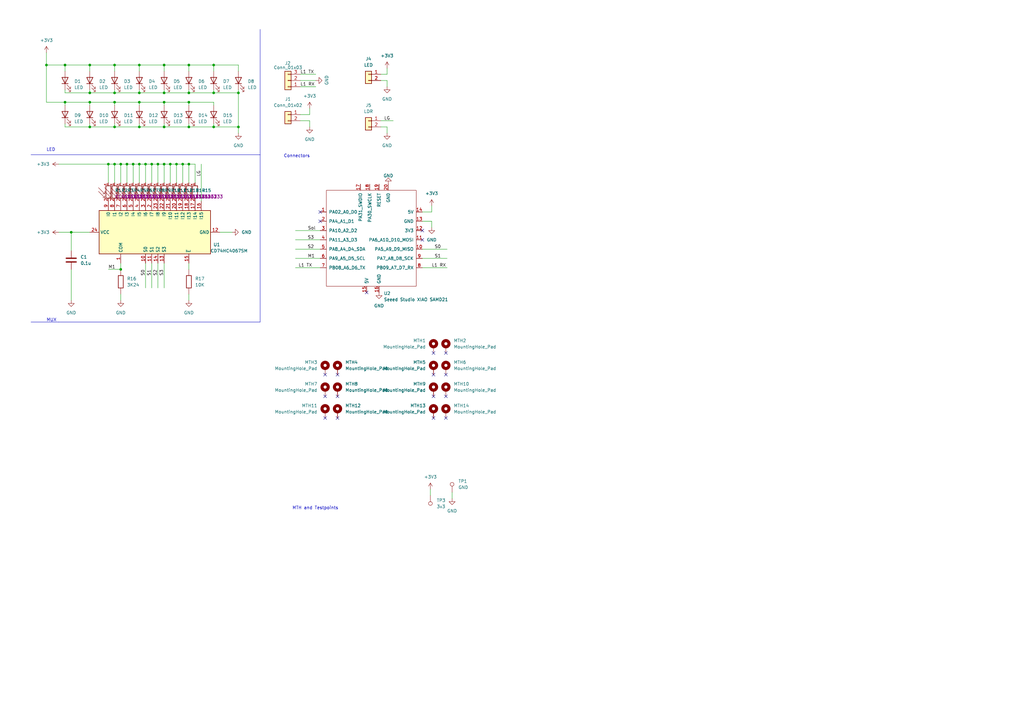
<source format=kicad_sch>
(kicad_sch (version 20230121) (generator eeschema)
  (paper "A3")
  (title_block (title "Layer 1") (date "2023-04-21") (rev "1") (company "Sentinels Robotics"))
  (lib_symbols
    (symbol "74xx:CD74HC4067SM"
      (property "Reference" "U" (at -8.89 22.86 0))
      (property "Value" "CD74HC4067SM" (at 1.27 22.86 0))
      (symbol "CD74HC4067SM_0_1"
        (rectangle (start -8.89 21.59) (end 8.89 -24.13) (stroke (width 0.254)) (fill (type background)))
      )
      (symbol "CD74HC4067SM_1_1"
        (pin passive line (at -12.7 12.7 0) (length 3.81) (name "COM") (number "1"))
        (pin input line (at -12.7 2.54 0) (length 3.81) (name "S0") (number "10"))
        (pin input line (at -12.7 0 0) (length 3.81) (name "S1") (number "11"))
        (pin power_in line (at 0 -27.94 90) (length 3.81) (name "GND") (number "12"))
        (pin input line (at -12.7 -5.08 0) (length 3.81) (name "S3") (number "13"))
        (pin input line (at -12.7 -2.54 0) (length 3.81) (name "S2") (number "14"))
        (pin input line (at -12.7 -15.24 0) (length 3.81) (name "~{E}") (number "15"))
        (pin passive line (at 12.7 -20.32 180) (length 3.81) (name "I15") (number "16"))
        (pin passive line (at 12.7 -17.78 180) (length 3.81) (name "I14") (number "17"))
        (pin passive line (at 12.7 -15.24 180) (length 3.81) (name "I13") (number "18"))
        (pin passive line (at 12.7 -12.7 180) (length 3.81) (name "I12") (number "19"))
        (pin passive line (at 12.7 0 180) (length 3.81) (name "I7") (number "2"))
        (pin passive line (at 12.7 -10.16 180) (length 3.81) (name "I11") (number "20"))
        (pin passive line (at 12.7 -7.62 180) (length 3.81) (name "I10") (number "21"))
        (pin passive line (at 12.7 -5.08 180) (length 3.81) (name "I9") (number "22"))
        (pin passive line (at 12.7 -2.54 180) (length 3.81) (name "I8") (number "23"))
        (pin power_in line (at 0 25.4 270) (length 3.81) (name "VCC") (number "24"))
        (pin passive line (at 12.7 2.54 180) (length 3.81) (name "I6") (number "3"))
        (pin passive line (at 12.7 5.08 180) (length 3.81) (name "I5") (number "4"))
        (pin passive line (at 12.7 7.62 180) (length 3.81) (name "I4") (number "5"))
        (pin passive line (at 12.7 10.16 180) (length 3.81) (name "I3") (number "6"))
        (pin passive line (at 12.7 12.7 180) (length 3.81) (name "I2") (number "7"))
        (pin passive line (at 12.7 15.24 180) (length 3.81) (name "I1") (number "8"))
        (pin passive line (at 12.7 17.78 180) (length 3.81) (name "I0") (number "9"))
      )
    )
    (symbol "Connector:TestPoint" (pin_numbers hide) (pin_names (offset 0.762) hide)
      (property "Reference" "TP" (at 0 6.858 0))
      (property "Value" "TestPoint" (at 0 5.08 0))
      (symbol "TestPoint_0_1"
        (circle (center 0 3.302) (radius 0.762))
      )
      (symbol "TestPoint_1_1"
        (pin passive line (at 0 0 90) (length 2.54) (name "1") (number "1"))
      )
    )
    (symbol "Connector_Generic:Conn_01x02" (pin_names (offset 1.016) hide)
      (property "Reference" "J" (at 0 2.54 0))
      (property "Value" "Conn_01x02" (at 0 -5.08 0))
      (symbol "Conn_01x02_1_1"
        (rectangle (start -1.27 -2.413) (end 0 -2.667) (stroke (width 0.1524)))
        (rectangle (start -1.27 0.127) (end 0 -0.127) (stroke (width 0.1524)))
        (rectangle (start -1.27 1.27) (end 1.27 -3.81) (stroke (width 0.254)) (fill (type background)))
        (pin passive line (at -5.08 0 0) (length 3.81) (name "Pin_1") (number "1"))
        (pin passive line (at -5.08 -2.54 0) (length 3.81) (name "Pin_2") (number "2"))
      )
    )
    (symbol "Connector_Generic:Conn_01x03" (pin_names (offset 1.016) hide)
      (property "Reference" "J" (at 0 5.08 0))
      (property "Value" "Conn_01x03" (at 0 -5.08 0))
      (symbol "Conn_01x03_1_1"
        (rectangle (start -1.27 -2.413) (end 0 -2.667) (stroke (width 0.1524)))
        (rectangle (start -1.27 0.127) (end 0 -0.127) (stroke (width 0.1524)))
        (rectangle (start -1.27 2.667) (end 0 2.413) (stroke (width 0.1524)))
        (rectangle (start -1.27 3.81) (end 1.27 -3.81) (stroke (width 0.254)) (fill (type background)))
        (pin passive line (at -5.08 2.54 0) (length 3.81) (name "Pin_1") (number "1"))
        (pin passive line (at -5.08 0 0) (length 3.81) (name "Pin_2") (number "2"))
        (pin passive line (at -5.08 -2.54 0) (length 3.81) (name "Pin_3") (number "3"))
      )
    )
    (symbol "Device (Modified):ALS-PT19"
      (property "Reference" "R" (at 2.54 0 0))
      (property "LCSC" "C146233" (at 0 -19.05 0))
      (symbol "ALS-PT19_0_1"
        (rectangle (start -1.016 2.54) (end 1.016 -2.54) (stroke (width 0.254)))
        (polyline (pts (xy -1.524 -2.286) (xy -4.064 0.254)))
        (polyline (pts (xy -1.524 -2.286) (xy -2.286 -2.286)))
        (polyline (pts (xy -1.524 -2.286) (xy -1.524 -1.524)))
        (polyline (pts (xy -1.524 -0.762) (xy -4.064 1.778)))
        (polyline (pts (xy -1.524 -0.762) (xy -2.286 -0.762)))
        (polyline (pts (xy -1.524 -0.762) (xy -1.524 0)))
      )
      (symbol "ALS-PT19_1_1"
        (pin passive line (at 0 3.81 270) (length 1.27) (name "~") (number "1"))
        (pin passive line (at 0 -3.81 90) (length 1.27) (name "~") (number "2"))
      )
    )
    (symbol "Device:C" (pin_numbers hide) (pin_names (offset 0.254))
      (property "Reference" "C" (at 0.635 2.54 0))
      (property "Value" "C" (at 0.635 -2.54 0))
      (symbol "C_0_1"
        (polyline (pts (xy -2.032 -0.762) (xy 2.032 -0.762)) (stroke (width 0.508)))
        (polyline (pts (xy -2.032 0.762) (xy 2.032 0.762)) (stroke (width 0.508)))
      )
      (symbol "C_1_1"
        (pin passive line (at 0 3.81 270) (length 2.794) (name "~") (number "1"))
        (pin passive line (at 0 -3.81 90) (length 2.794) (name "~") (number "2"))
      )
    )
    (symbol "Device:LED" (pin_numbers hide) (pin_names (offset 1.016) hide)
      (property "Reference" "D" (at 0 2.54 0))
      (property "Value" "LED" (at 0 -2.54 0))
      (symbol "LED_0_1"
        (polyline (pts (xy -1.27 -1.27) (xy -1.27 1.27)) (stroke (width 0.254)))
        (polyline (pts (xy -1.27 0) (xy 1.27 0)))
        (polyline (pts (xy 1.27 -1.27) (xy 1.27 1.27) (xy -1.27 0) (xy 1.27 -1.27)) (stroke (width 0.254)))
        (polyline (pts (xy -3.048 -0.762) (xy -4.572 -2.286) (xy -3.81 -2.286) (xy -4.572 -2.286) (xy -4.572 -1.524)))
        (polyline (pts (xy -1.778 -0.762) (xy -3.302 -2.286) (xy -2.54 -2.286) (xy -3.302 -2.286) (xy -3.302 -1.524)))
      )
      (symbol "LED_1_1"
        (pin passive line (at -3.81 0 0) (length 2.54) (name "K") (number "1"))
        (pin passive line (at 3.81 0 180) (length 2.54) (name "A") (number "2"))
      )
    )
    (symbol "Mechanical:MountingHole_Pad" (pin_numbers hide) (pin_names (offset 1.016) hide)
      (property "Reference" "H" (at 0 6.35 0))
      (property "Value" "MountingHole_Pad" (at 0 4.445 0))
      (symbol "MountingHole_Pad_0_1"
        (circle (center 0 1.27) (radius 1.27) (stroke (width 1.27)))
      )
      (symbol "MountingHole_Pad_1_1"
        (pin input line (at 0 -2.54 90) (length 2.54) (name "1") (number "1"))
      )
    )
    (symbol "Seeed_Studio_XIAO_Series:Seeed Studio XIAO SAMD21" (pin_names (offset 1.016))
      (property "Reference" "U" (at -19.05 22.86 0))
      (property "Value" "Seeed Studio XIAO SAMD21" (at -12.7 21.59 0))
      (symbol "Seeed Studio XIAO SAMD21_0_1"
        (rectangle (start -19.05 20.32) (end 17.78 -19.05))
      )
      (symbol "Seeed Studio XIAO SAMD21_1_1"
        (pin unspecified line (at -21.59 11.43 0) (length 2.54) (name "PA02_A0_D0") (number "1"))
        (pin unspecified line (at 20.32 -3.81 180) (length 2.54) (name "PA5_A9_D9_MISO") (number "10"))
        (pin unspecified line (at 20.32 0 180) (length 2.54) (name "PA6_A10_D10_MOSI") (number "11"))
        (pin unspecified line (at 20.32 3.81 180) (length 2.54) (name "3V3") (number "12"))
        (pin unspecified line (at 20.32 7.62 180) (length 2.54) (name "GND") (number "13"))
        (pin unspecified line (at 20.32 11.43 180) (length 2.54) (name "5V") (number "14"))
        (pin input line (at -2.54 -21.59 90) (length 2.54) (name "5V") (number "15"))
        (pin input line (at 2.54 -21.59 90) (length 2.54) (name "GND") (number "16"))
        (pin input line (at -5.08 22.86 270) (length 2.54) (name "PA31_SWDIO") (number "17"))
        (pin input line (at -1.27 22.86 270) (length 2.54) (name "PA30_SWCLK") (number "18"))
        (pin input line (at 2.54 22.86 270) (length 2.54) (name "RESET") (number "19"))
        (pin unspecified line (at -21.59 7.62 0) (length 2.54) (name "PA4_A1_D1") (number "2"))
        (pin input line (at 6.35 22.86 270) (length 2.54) (name "GND") (number "20"))
        (pin unspecified line (at -21.59 3.81 0) (length 2.54) (name "PA10_A2_D2") (number "3"))
        (pin unspecified line (at -21.59 0 0) (length 2.54) (name "PA11_A3_D3") (number "4"))
        (pin unspecified line (at -21.59 -3.81 0) (length 2.54) (name "PA8_A4_D4_SDA") (number "5"))
        (pin unspecified line (at -21.59 -7.62 0) (length 2.54) (name "PA9_A5_D5_SCL") (number "6"))
        (pin unspecified line (at -21.59 -11.43 0) (length 2.54) (name "PB08_A6_D6_TX") (number "7"))
        (pin unspecified line (at 20.32 -11.43 180) (length 2.54) (name "PB09_A7_D7_RX") (number "8"))
        (pin unspecified line (at 20.32 -7.62 180) (length 2.54) (name "PA7_A8_D8_SCK") (number "9"))
      )
    )
    (symbol "power:+3V3" (power) (pin_names (offset 0))
      (property "Value" "+3V3" (at 0 3.556 0))
      (symbol "+3V3_0_1"
        (polyline (pts (xy -0.762 1.27) (xy 0 2.54)))
        (polyline (pts (xy 0 0) (xy 0 2.54)))
        (polyline (pts (xy 0 2.54) (xy 0.762 1.27)))
      )
      (symbol "+3V3_1_1"
        (pin power_in line (at 0 0 90) (length 0) hide (name "+3V3") (number "1"))
      )
    )
    (symbol "power:GND" (power) (pin_names (offset 0))
      (property "Value" "GND" (at 0 -3.81 0))
      (symbol "GND_0_1"
        (polyline (pts (xy 0 0) (xy 0 -1.27) (xy 1.27 -1.27) (xy 0 -2.54) (xy -1.27 -1.27) (xy 0 -1.27)))
      )
      (symbol "GND_1_1"
        (pin power_in line (at 0 0 270) (length 0) hide (name "GND") (number "1"))
      )
    )
    (symbol "vincent:R" (pin_numbers hide) (pin_names hide)
      (property "Reference" "R" (at 0 2.54 0))
      (property "Value" "Resistor" (at 0 -2.54 0))
      (symbol "R_0_1"
        (rectangle (start 2.54 -1.016) (end -2.54 1.016) (stroke (width 0.254)))
      )
      (symbol "R_1_1"
        (pin passive line (at -5.08 0 0) (length 2.54) (name "~") (number "1"))
        (pin passive line (at 5.08 0 180) (length 2.54) (name "~") (number "2"))
      )
    )
  )
  (junction (at 57.15 26.67))
  (junction (at 67.31 41.91))
  (junction (at 49.53 110.49))
  (junction (at 46.99 41.91))
  (junction (at 72.39 67.31))
  (junction (at 67.31 67.31))
  (junction (at 44.45 67.31))
  (junction (at 36.83 26.67))
  (junction (at 67.31 38.1))
  (junction (at 87.63 52.07))
  (junction (at 77.47 41.91))
  (junction (at 67.31 52.07))
  (junction (at 97.79 52.07))
  (junction (at 57.15 52.07))
  (junction (at 36.83 52.07))
  (junction (at 97.79 38.1))
  (junction (at 46.99 26.67))
  (junction (at 77.47 67.31))
  (junction (at 19.05 26.67))
  (junction (at 74.93 67.31))
  (junction (at 46.99 67.31))
  (junction (at 36.83 41.91))
  (junction (at 77.47 26.67))
  (junction (at 64.77 67.31))
  (junction (at 77.47 38.1))
  (junction (at 87.63 38.1))
  (junction (at 52.07 67.31))
  (junction (at 77.47 52.07))
  (junction (at 69.85 67.31))
  (junction (at 57.15 41.91))
  (junction (at 26.67 26.67))
  (junction (at 26.67 41.91))
  (junction (at 67.31 26.67))
  (junction (at 54.61 67.31))
  (junction (at 59.69 67.31))
  (junction (at 46.99 38.1))
  (junction (at 46.99 52.07))
  (junction (at 57.15 38.1))
  (junction (at 62.23 67.31))
  (junction (at 36.83 38.1))
  (junction (at 57.15 67.31))
  (junction (at 29.21 95.25))
  (junction (at 49.53 67.31))
  (junction (at 87.63 26.67))
  (no_connect (at 133.35 162.56))
  (no_connect (at 138.43 162.56))
  (no_connect (at 177.8 171.45))
  (no_connect (at 133.35 153.67))
  (no_connect (at 177.8 144.78))
  (no_connect (at 138.43 171.45))
  (no_connect (at 173.2362 98.372))
  (no_connect (at 182.88 162.56))
  (no_connect (at 133.35 171.45))
  (no_connect (at 131.3262 86.942))
  (no_connect (at 177.8 153.67))
  (no_connect (at 131.3262 90.752))
  (no_connect (at 182.88 144.78))
  (no_connect (at 182.88 153.67))
  (no_connect (at 173.2362 94.562))
  (no_connect (at 150.3762 119.962))
  (no_connect (at 138.43 153.67))
  (no_connect (at 182.88 171.45))
  (no_connect (at 177.8 162.56))
  (wire (pts (xy 185.42 201.93) (xy 185.42 204.47)))
  (polyline (pts (xy 12.7 132.08) (xy 24.13 132.08)))
  (wire (pts (xy 123.19 30.48) (xy 129.54 30.48)))
  (wire (pts (xy 44.45 110.49) (xy 49.53 110.49)))
  (wire (pts (xy 87.63 38.1) (xy 97.79 38.1)))
  (wire (pts (xy 74.93 67.31) (xy 77.47 67.31)))
  (wire (pts (xy 72.39 67.31) (xy 74.93 67.31)))
  (wire (pts (xy 87.63 41.91) (xy 77.47 41.91)))
  (wire (pts (xy 67.31 38.1) (xy 77.47 38.1)))
  (wire (pts (xy 97.79 38.1) (xy 97.79 52.07)))
  (wire (pts (xy 177.0462 84.402) (xy 177.0462 86.942)))
  (wire (pts (xy 156.21 30.48) (xy 158.75 30.48)))
  (wire (pts (xy 67.31 52.07) (xy 77.47 52.07)))
  (wire (pts (xy 97.79 26.67) (xy 87.63 26.67)))
  (wire (pts (xy 177.0462 90.752) (xy 177.0462 93.292)))
  (wire (pts (xy 121.1662 109.802) (xy 131.3262 109.802)))
  (wire (pts (xy 183.3962 105.992) (xy 173.2362 105.992)))
  (wire (pts (xy 77.47 120.65) (xy 77.47 123.19)))
  (wire (pts (xy 67.31 67.31) (xy 67.31 74.93)))
  (wire (pts (xy 46.99 67.31) (xy 49.53 67.31)))
  (wire (pts (xy 158.75 27.94) (xy 158.75 30.48)))
  (wire (pts (xy 57.15 41.91) (xy 67.31 41.91)))
  (wire (pts (xy 123.19 49.53) (xy 127 49.53)))
  (wire (pts (xy 64.77 67.31) (xy 64.77 74.93)))
  (wire (pts (xy 87.63 43.18) (xy 87.63 41.91)))
  (polyline (pts (xy 12.7 63.5) (xy 106.68 63.5)))
  (wire (pts (xy 123.19 46.99) (xy 127 46.99)))
  (wire (pts (xy 127 52.07) (xy 127 49.53)))
  (wire (pts (xy 46.99 29.21) (xy 46.99 26.67)))
  (wire (pts (xy 49.53 107.95) (xy 49.53 110.49)))
  (wire (pts (xy 46.99 52.07) (xy 57.15 52.07)))
  (wire (pts (xy 19.05 26.67) (xy 26.67 26.67)))
  (wire (pts (xy 46.99 43.18) (xy 46.99 41.91)))
  (wire (pts (xy 57.15 50.8) (xy 57.15 52.07)))
  (wire (pts (xy 72.39 67.31) (xy 72.39 74.93)))
  (wire (pts (xy 67.31 67.31) (xy 69.85 67.31)))
  (wire (pts (xy 87.63 26.67) (xy 77.47 26.67)))
  (wire (pts (xy 87.63 29.21) (xy 87.63 26.67)))
  (wire (pts (xy 97.79 52.07) (xy 97.79 54.61)))
  (wire (pts (xy 97.79 36.83) (xy 97.79 38.1)))
  (wire (pts (xy 131.3262 105.992) (xy 121.1662 105.992)))
  (wire (pts (xy 26.67 50.8) (xy 26.67 52.07)))
  (wire (pts (xy 59.69 67.31) (xy 62.23 67.31)))
  (wire (pts (xy 80.01 67.31) (xy 80.01 74.93)))
  (wire (pts (xy 173.2362 109.802) (xy 183.3962 109.802)))
  (polyline (pts (xy 106.68 63.5) (xy 106.68 132.08)))
  (wire (pts (xy 36.83 50.8) (xy 36.83 52.07)))
  (wire (pts (xy 69.85 67.31) (xy 69.85 74.93)))
  (wire (pts (xy 87.63 52.07) (xy 97.79 52.07)))
  (wire (pts (xy 67.31 107.95) (xy 67.31 118.11)))
  (wire (pts (xy 77.47 67.31) (xy 77.47 74.93)))
  (wire (pts (xy 67.31 26.67) (xy 57.15 26.67)))
  (wire (pts (xy 36.83 26.67) (xy 26.67 26.67)))
  (wire (pts (xy 82.55 67.31) (xy 82.55 82.55)))
  (wire (pts (xy 74.93 67.31) (xy 74.93 74.93)))
  (wire (pts (xy 64.77 67.31) (xy 67.31 67.31)))
  (wire (pts (xy 90.17 95.25) (xy 95.25 95.25)))
  (wire (pts (xy 77.47 29.21) (xy 77.47 26.67)))
  (wire (pts (xy 131.3262 98.372) (xy 121.1662 98.372)))
  (wire (pts (xy 26.67 41.91) (xy 36.83 41.91)))
  (wire (pts (xy 54.61 67.31) (xy 54.61 74.93)))
  (wire (pts (xy 57.15 29.21) (xy 57.15 26.67)))
  (wire (pts (xy 36.83 41.91) (xy 46.99 41.91)))
  (wire (pts (xy 59.69 107.95) (xy 59.69 118.11)))
  (wire (pts (xy 77.47 43.18) (xy 77.47 41.91)))
  (wire (pts (xy 87.63 50.8) (xy 87.63 52.07)))
  (wire (pts (xy 64.77 107.95) (xy 64.77 118.11)))
  (wire (pts (xy 57.15 36.83) (xy 57.15 38.1)))
  (wire (pts (xy 158.75 33.02) (xy 158.75 35.56)))
  (polyline (pts (xy 24.13 132.08) (xy 106.68 132.08)))
  (wire (pts (xy 87.63 36.83) (xy 87.63 38.1)))
  (wire (pts (xy 29.21 95.25) (xy 36.83 95.25)))
  (wire (pts (xy 29.21 95.25) (xy 29.21 102.87)))
  (wire (pts (xy 26.67 36.83) (xy 26.67 38.1)))
  (wire (pts (xy 176.53 200.66) (xy 176.53 203.2)))
  (wire (pts (xy 54.61 67.31) (xy 57.15 67.31)))
  (wire (pts (xy 49.53 120.65) (xy 49.53 123.19)))
  (wire (pts (xy 44.45 67.31) (xy 44.45 74.93)))
  (wire (pts (xy 57.15 67.31) (xy 59.69 67.31)))
  (wire (pts (xy 46.99 67.31) (xy 46.99 74.93)))
  (polyline (pts (xy 106.68 12.0396) (xy 106.68 63.5)))
  (wire (pts (xy 62.23 67.31) (xy 62.23 74.93)))
  (wire (pts (xy 46.99 41.91) (xy 57.15 41.91)))
  (wire (pts (xy 57.15 26.67) (xy 46.99 26.67)))
  (wire (pts (xy 26.67 43.18) (xy 26.67 41.91)))
  (wire (pts (xy 67.31 36.83) (xy 67.31 38.1)))
  (wire (pts (xy 131.3262 102.182) (xy 121.1662 102.182)))
  (wire (pts (xy 44.45 67.31) (xy 24.13 67.31)))
  (wire (pts (xy 49.53 67.31) (xy 52.07 67.31)))
  (wire (pts (xy 62.23 107.95) (xy 62.23 118.11)))
  (wire (pts (xy 62.23 67.31) (xy 64.77 67.31)))
  (wire (pts (xy 131.3262 94.562) (xy 121.1662 94.562)))
  (wire (pts (xy 158.75 52.07) (xy 158.75 54.61)))
  (wire (pts (xy 36.83 38.1) (xy 46.99 38.1)))
  (wire (pts (xy 67.31 43.18) (xy 67.31 41.91)))
  (wire (pts (xy 52.07 67.31) (xy 54.61 67.31)))
  (wire (pts (xy 77.47 50.8) (xy 77.47 52.07)))
  (wire (pts (xy 123.19 33.02) (xy 129.54 33.02)))
  (wire (pts (xy 77.47 38.1) (xy 87.63 38.1)))
  (wire (pts (xy 123.19 35.56) (xy 129.54 35.56)))
  (wire (pts (xy 26.67 29.21) (xy 26.67 26.67)))
  (wire (pts (xy 67.31 50.8) (xy 67.31 52.07)))
  (wire (pts (xy 19.05 21.59) (xy 19.05 26.67)))
  (wire (pts (xy 52.07 67.31) (xy 52.07 74.93)))
  (wire (pts (xy 29.21 110.49) (xy 29.21 123.19)))
  (wire (pts (xy 57.15 38.1) (xy 67.31 38.1)))
  (wire (pts (xy 46.99 38.1) (xy 57.15 38.1)))
  (wire (pts (xy 49.53 67.31) (xy 49.53 74.93)))
  (wire (pts (xy 156.21 33.02) (xy 158.75 33.02)))
  (wire (pts (xy 19.05 26.67) (xy 19.05 41.91)))
  (wire (pts (xy 177.0462 86.942) (xy 173.2362 86.942)))
  (wire (pts (xy 77.47 67.31) (xy 80.01 67.31)))
  (wire (pts (xy 36.83 29.21) (xy 36.83 26.67)))
  (wire (pts (xy 156.21 49.53) (xy 161.29 49.53)))
  (wire (pts (xy 77.47 107.95) (xy 77.47 110.49)))
  (wire (pts (xy 97.79 29.21) (xy 97.79 26.67)))
  (wire (pts (xy 36.83 36.83) (xy 36.83 38.1)))
  (wire (pts (xy 46.99 67.31) (xy 44.45 67.31)))
  (wire (pts (xy 177.0462 90.752) (xy 173.2362 90.752)))
  (wire (pts (xy 67.31 29.21) (xy 67.31 26.67)))
  (wire (pts (xy 26.67 38.1) (xy 36.83 38.1)))
  (wire (pts (xy 57.15 52.07) (xy 67.31 52.07)))
  (wire (pts (xy 36.83 52.07) (xy 46.99 52.07)))
  (wire (pts (xy 77.47 26.67) (xy 67.31 26.67)))
  (wire (pts (xy 57.15 67.31) (xy 57.15 74.93)))
  (wire (pts (xy 46.99 36.83) (xy 46.99 38.1)))
  (wire (pts (xy 46.99 50.8) (xy 46.99 52.07)))
  (wire (pts (xy 36.83 43.18) (xy 36.83 41.91)))
  (wire (pts (xy 77.47 36.83) (xy 77.47 38.1)))
  (wire (pts (xy 57.15 43.18) (xy 57.15 41.91)))
  (wire (pts (xy 46.99 26.67) (xy 36.83 26.67)))
  (wire (pts (xy 156.21 52.07) (xy 158.75 52.07)))
  (wire (pts (xy 77.47 52.07) (xy 87.63 52.07)))
  (wire (pts (xy 127 44.45) (xy 127 46.99)))
  (wire (pts (xy 183.3962 102.182) (xy 173.2362 102.182)))
  (wire (pts (xy 19.05 41.91) (xy 26.67 41.91)))
  (wire (pts (xy 67.31 41.91) (xy 77.47 41.91)))
  (wire (pts (xy 69.85 67.31) (xy 72.39 67.31)))
  (wire (pts (xy 26.67 52.07) (xy 36.83 52.07)))
  (wire (pts (xy 24.13 95.25) (xy 29.21 95.25)))
  (wire (pts (xy 59.69 67.31) (xy 59.69 74.93)))
  (text "MUX" (at 19.05 132.08 0) (effects (font (size 1.27 1.27)) (justify left bottom)))
  (text "MTH and Testpoints" (at 119.8465 209.184 0) (effects (font (size 1.27 1.27)) (justify left bottom)))
  (text "LED" (at 19.05 62.23 0) (effects (font (size 1.27 1.27)) (justify left bottom)))
  (text "Connectors" (at 116.3495 64.8006 0) (effects (font (size 1.27 1.27)) (justify left bottom)))
  (label "S3" (at 67.31 110.49 270))
  (label "LG" (at 82.55 69.85 270))
  (label "S1" (at 62.23 110.49 270))
  (label "S2" (at 64.77 110.49 270))
  (label "L1 RX" (at 177.0462 109.802 0))
  (label "S0" (at 180.8562 102.182 180))
  (label "M1" (at 126.2462 105.992 0))
  (label "M1" (at 44.45 110.49 0))
  (label "S0" (at 59.69 110.49 270))
  (label "S3" (at 128.7862 98.372 180))
  (label "L1 TX" (at 122.4362 109.802 0))
  (label "S1" (at 180.8562 105.992 180))
  (label "S2" (at 128.7862 102.182 180))
  (label "L1 RX" (at 123.19 35.56 0))
  (label "LG" (at 160.02 49.53 180))
  (label "Sol" (at 126.2462 94.562 0))
  (label "L1 TX" (at 123.19 30.48 0))
  (symbol (lib_id "power:GND") (at 127 52.07 0) (mirror y) (unit 1)
    (property "Reference" "#PWR09" (effects hide))
    (property "Value" "GND" (at 127 57.15 0))
  )
  (symbol (lib_id "Device:LED") (at 67.31 46.99 90) (unit 1)
    (property "Reference" "D13" (at 71.12 47.3074 90) (effects (justify right)))
    (property "Value" "LED" (at 71.12 49.8474 90) (effects (justify right)))
    (property "Footprint" "2024l1:led2835" (effects hide))
    (property "LCSC" "C7423442" (effects hide))
  )
  (symbol (lib_id "Connector_Generic:Conn_01x03") (at 118.11 33.02 180) (unit 1)
    (property "Reference" "J2" (at 118.027 25.9129 0))
    (property "Value" "Conn_01x03" (at 118.11 27.7023 0))
    (property "Footprint" "Connector_JST:JST_XH_B3B-XH-A_1x03_P2.50mm_Vertical" (effects hide))
    (property "LCSC" "C144394" (effects hide))
  )
  (symbol (lib_id "Device (Modified):ALS-PT19") (at 52.07 78.74 0) (unit 1)
    (property "Reference" "R4" (at 54.7995 78.105 0) (effects (justify left)))
    (property "Value" "C146233" (effects hide))
    (property "Footprint" "2024l1:ALS-PT19 (Top Side)" (effects hide))
    (property "Datasheet" "https://datasheet.lcsc.com/lcsc/1806131537_Everlight-Elec-ALS-PT19-315C-L177-TR8_C146233.pdf" (effects hide))
    (property "LCSC" "C146233" (at 54.7995 80.645 0) (effects (justify left)))
  )
  (symbol (lib_id "power:+3V3") (at 127 44.45 0) (unit 1)
    (property "Reference" "#PWR010" (effects hide))
    (property "Value" "+3V3" (at 127 39.37 0))
  )
  (symbol (lib_id "Mechanical:MountingHole_Pad") (at 177.8 160.02 0) (mirror y) (unit 1)
    (property "Reference" "MTH9" (at 174.625 157.4799 0) (effects (justify left)))
    (property "Value" "MountingHole_Pad" (at 174.625 160.0199 0) (effects (justify left)))
    (property "Footprint" "MountingHole:MountingHole_3.2mm_M3_Pad_Via" (effects hide))
  )
  (symbol (lib_id "Device:LED") (at 77.47 46.99 90) (unit 1)
    (property "Reference" "D14" (at 81.28 47.3074 90) (effects (justify right)))
    (property "Value" "LED" (at 81.28 49.8474 90) (effects (justify right)))
    (property "Footprint" "2024l1:led2835" (effects hide))
    (property "LCSC" "C7423442" (effects hide))
  )
  (symbol (lib_id "Device:LED") (at 87.63 46.99 90) (unit 1)
    (property "Reference" "D15" (at 91.44 47.3074 90) (effects (justify right)))
    (property "Value" "LED" (at 91.44 49.8474 90) (effects (justify right)))
    (property "Footprint" "2024l1:led2835" (effects hide))
    (property "LCSC" "C7423442" (effects hide))
  )
  (symbol (lib_id "Connector_Generic:Conn_01x02") (at 151.13 49.53 0) (mirror y) (unit 1)
    (property "Reference" "J5" (at 151.13 43.18 0))
    (property "Value" "LDR" (at 151.13 45.72 0))
    (property "Footprint" "Connector_PinSocket_2.54mm:PinSocket_1x02_P2.54mm_Vertical" (effects hide))
  )
  (symbol (lib_id "vincent:R") (at 77.47 115.57 90) (unit 1)
    (property "Reference" "R17" (at 80.01 114.2999 90) (effects (justify right)))
    (property "Value" "10K" (at 80.01 116.8399 90) (effects (justify right)))
    (property "Footprint" "2024l1:res0603" (effects hide))
    (property "LCSC" "C25804" (effects hide))
  )
  (symbol (lib_id "Device:LED") (at 36.83 33.02 90) (unit 1)
    (property "Reference" "D2" (at 40.64 33.3374 90) (effects (justify right)))
    (property "Value" "LED" (at 40.64 35.8774 90) (effects (justify right)))
    (property "Footprint" "2024l1:led2835" (effects hide))
    (property "LCSC" "C7423442" (effects hide))
  )
  (symbol (lib_id "Mechanical:MountingHole_Pad") (at 133.35 160.02 0) (mirror y) (unit 1)
    (property "Reference" "MTH7" (at 130.175 157.4799 0) (effects (justify left)))
    (property "Value" "MountingHole_Pad" (at 130.175 160.0199 0) (effects (justify left)))
    (property "Footprint" "MountingHole:MountingHole_3.2mm_M3_Pad_Via" (effects hide))
  )
  (symbol (lib_id "Connector_Generic:Conn_01x02") (at 151.13 30.48 0) (mirror y) (unit 1)
    (property "Reference" "J4" (at 151.13 24.13 0))
    (property "Value" "LED" (at 151.13 26.67 0))
    (property "Footprint" "Connector_PinSocket_2.54mm:PinSocket_1x02_P2.54mm_Vertical" (effects hide))
  )
  (symbol (lib_id "power:GND") (at 177.0462 93.292 0) (unit 1)
    (property "Reference" "#PWR027" (effects hide))
    (property "Value" "GND" (at 177.0462 98.372 0))
  )
  (symbol (lib_id "74xx:CD74HC4067SM") (at 62.23 95.25 90) (unit 1)
    (property "Reference" "U1" (at 88.9 100.33 90))
    (property "Value" "CD74HC4067SM" (at 93.98 102.87 90))
    (property "Footprint" "2024l1:CD74HC4067M" (effects hide))
    (property "Datasheet" "http://www.ti.com/lit/ds/symlink/cd74hc4067.pdf" (effects hide))
    (property "LCSC" "C1545936" (effects hide))
  )
  (symbol (lib_id "power:GND") (at 95.25 95.25 90) (unit 1)
    (property "Reference" "#PWR05" (effects hide))
    (property "Value" "GND" (at 99.06 95.2499 90) (effects (justify right)))
  )
  (symbol (lib_id "Mechanical:MountingHole_Pad") (at 133.35 168.91 0) (mirror y) (unit 1)
    (property "Reference" "MTH11" (at 130.175 166.3699 0) (effects (justify left)))
    (property "Value" "MountingHole_Pad" (at 130.175 168.9099 0) (effects (justify left)))
    (property "Footprint" "MountingHole:MountingHole_3.2mm_M3_Pad_Via" (effects hide))
  )
  (symbol (lib_id "Device (Modified):ALS-PT19") (at 44.45 78.74 0) (unit 1)
    (property "Reference" "R1" (at 47.1795 78.105 0) (effects (justify left)))
    (property "Value" "C146233" (effects hide))
    (property "Footprint" "2024l1:ALS-PT19 (Top Side)" (effects hide))
    (property "Datasheet" "https://datasheet.lcsc.com/lcsc/1806131537_Everlight-Elec-ALS-PT19-315C-L177-TR8_C146233.pdf" (effects hide))
    (property "LCSC" "C146233" (at 47.1795 80.645 0) (effects (justify left)))
  )
  (symbol (lib_id "Device:LED") (at 26.67 33.02 90) (unit 1)
    (property "Reference" "D1" (at 30.48 33.3374 90) (effects (justify right)))
    (property "Value" "LED" (at 30.48 35.8774 90) (effects (justify right)))
    (property "Footprint" "2024l1:led2835" (effects hide))
    (property "LCSC" "C7423442" (effects hide))
  )
  (symbol (lib_id "Device (Modified):ALS-PT19") (at 67.31 78.74 0) (unit 1)
    (property "Reference" "R10" (at 70.0395 78.105 0) (effects (justify left)))
    (property "Value" "C146233" (effects hide))
    (property "Footprint" "2024l1:ALS-PT19 (Top Side)" (effects hide))
    (property "Datasheet" "https://datasheet.lcsc.com/lcsc/1806131537_Everlight-Elec-ALS-PT19-315C-L177-TR8_C146233.pdf" (effects hide))
    (property "LCSC" "C146233" (at 70.0395 80.645 0) (effects (justify left)))
  )
  (symbol (lib_id "Device (Modified):ALS-PT19") (at 59.69 78.74 0) (unit 1)
    (property "Reference" "R7" (at 62.4195 78.105 0) (effects (justify left)))
    (property "Value" "C146233" (effects hide))
    (property "Footprint" "2024l1:ALS-PT19 (Top Side)" (effects hide))
    (property "Datasheet" "https://datasheet.lcsc.com/lcsc/1806131537_Everlight-Elec-ALS-PT19-315C-L177-TR8_C146233.pdf" (effects hide))
    (property "LCSC" "C146233" (at 62.4195 80.645 0) (effects (justify left)))
  )
  (symbol (lib_id "Mechanical:MountingHole_Pad") (at 182.88 168.91 0) (unit 1)
    (property "Reference" "MTH14" (at 186.055 166.3699 0) (effects (justify left)))
    (property "Value" "MountingHole_Pad" (at 186.055 168.9099 0) (effects (justify left)))
    (property "Footprint" "MountingHole:MountingHole_3.2mm_M3_Pad_Via" (effects hide))
  )
  (symbol (lib_id "vincent:R") (at 49.53 115.57 90) (unit 1)
    (property "Reference" "R16" (at 52.07 114.2999 90) (effects (justify right)))
    (property "Value" "3K24" (at 52.07 116.8399 90) (effects (justify right)))
    (property "Footprint" "2024l1:res0603" (effects hide))
    (property "LCSC" "C22994" (effects hide))
  )
  (symbol (lib_id "Mechanical:MountingHole_Pad") (at 182.88 151.13 0) (unit 1)
    (property "Reference" "MTH6" (at 186.055 148.5899 0) (effects (justify left)))
    (property "Value" "MountingHole_Pad" (at 186.055 151.1299 0) (effects (justify left)))
    (property "Footprint" "MountingHole:MountingHole_3.2mm_M3_Pad_Via" (effects hide))
  )
  (symbol (lib_id "power:GND") (at 97.79 54.61 0) (unit 1)
    (property "Reference" "#PWR02" (effects hide))
    (property "Value" "GND" (at 97.79 59.69 0))
  )
  (symbol (lib_id "Device:LED") (at 57.15 46.99 90) (unit 1)
    (property "Reference" "D12" (at 60.96 47.3074 90) (effects (justify right)))
    (property "Value" "LED" (at 60.96 49.8474 90) (effects (justify right)))
    (property "Footprint" "2024l1:led2835" (effects hide))
    (property "LCSC" "C7423442" (effects hide))
  )
  (symbol (lib_id "Connector_Generic:Conn_01x02") (at 118.11 46.99 0) (mirror y) (unit 1)
    (property "Reference" "J1" (at 118.11 40.64 0))
    (property "Value" "Conn_01x02" (at 118.11 43.18 0))
    (property "Footprint" "Connector_JST:JST_XH_B2B-XH-A_1x02_P2.50mm_Vertical" (effects hide))
  )
  (symbol (lib_id "power:GND") (at 158.75 54.61 0) (unit 1)
    (property "Reference" "#PWR019" (effects hide))
    (property "Value" "GND" (at 158.75 59.69 0))
  )
  (symbol (lib_id "power:+3V3") (at 24.13 67.31 90) (unit 1)
    (property "Reference" "#PWR03" (effects hide))
    (property "Value" "+3V3" (at 20.32 67.3099 90) (effects (justify left)))
  )
  (symbol (lib_id "power:GND") (at 29.21 123.19 0) (unit 1)
    (property "Reference" "#PWR06" (effects hide))
    (property "Value" "GND" (at 29.21 128.27 0))
  )
  (symbol (lib_id "Device:LED") (at 46.99 33.02 90) (unit 1)
    (property "Reference" "D3" (at 50.8 33.3374 90) (effects (justify right)))
    (property "Value" "LED" (at 50.8 35.8774 90) (effects (justify right)))
    (property "Footprint" "2024l1:led2835" (effects hide))
    (property "LCSC" "C7423442" (effects hide))
  )
  (symbol (lib_id "Device (Modified):ALS-PT19") (at 46.99 78.74 0) (unit 1)
    (property "Reference" "R2" (at 49.7195 78.105 0) (effects (justify left)))
    (property "Value" "C146233" (effects hide))
    (property "Footprint" "2024l1:ALS-PT19 (Top Side)" (effects hide))
    (property "Datasheet" "https://datasheet.lcsc.com/lcsc/1806131537_Everlight-Elec-ALS-PT19-315C-L177-TR8_C146233.pdf" (effects hide))
    (property "LCSC" "C146233" (at 49.7195 80.645 0) (effects (justify left)))
  )
  (symbol (lib_id "Device:LED") (at 67.31 33.02 90) (unit 1)
    (property "Reference" "D5" (at 71.12 33.3374 90) (effects (justify right)))
    (property "Value" "LED" (at 71.12 35.8774 90) (effects (justify right)))
    (property "Footprint" "2024l1:led2835" (effects hide))
    (property "LCSC" "C7423442" (effects hide))
  )
  (symbol (lib_id "Device (Modified):ALS-PT19") (at 64.77 78.74 0) (unit 1)
    (property "Reference" "R9" (at 67.4995 78.105 0) (effects (justify left)))
    (property "Value" "C146233" (effects hide))
    (property "Footprint" "2024l1:ALS-PT19 (Top Side)" (effects hide))
    (property "Datasheet" "https://datasheet.lcsc.com/lcsc/1806131537_Everlight-Elec-ALS-PT19-315C-L177-TR8_C146233.pdf" (effects hide))
    (property "LCSC" "C146233" (at 67.4995 80.645 0) (effects (justify left)))
  )
  (symbol (lib_id "power:+3V3") (at 19.05 21.59 0) (unit 1)
    (property "Reference" "#PWR01" (effects hide))
    (property "Value" "+3V3" (at 19.05 16.51 0))
  )
  (symbol (lib_id "Mechanical:MountingHole_Pad") (at 182.88 142.24 0) (unit 1)
    (property "Reference" "MTH2" (at 186.055 139.6999 0) (effects (justify left)))
    (property "Value" "MountingHole_Pad" (at 186.055 142.2399 0) (effects (justify left)))
    (property "Footprint" "MountingHole:MountingHole_3.2mm_M3_Pad_Via" (effects hide))
  )
  (symbol (lib_id "Mechanical:MountingHole_Pad") (at 182.88 160.02 0) (unit 1)
    (property "Reference" "MTH10" (at 186.055 157.4799 0) (effects (justify left)))
    (property "Value" "MountingHole_Pad" (at 186.055 160.0199 0) (effects (justify left)))
    (property "Footprint" "MountingHole:MountingHole_3.2mm_M3_Pad_Via" (effects hide))
  )
  (symbol (lib_id "power:GND") (at 77.47 123.19 0) (unit 1)
    (property "Reference" "#PWR08" (effects hide))
    (property "Value" "GND" (at 77.47 128.27 0))
  )
  (symbol (lib_id "power:GND") (at 185.42 204.47 0) (unit 1)
    (property "Reference" "#PWR023" (effects hide))
    (property "Value" "GND" (at 185.42 209.55 0))
  )
  (symbol (lib_id "Device (Modified):ALS-PT19") (at 49.53 78.74 0) (unit 1)
    (property "Reference" "R3" (at 52.2595 78.105 0) (effects (justify left)))
    (property "Value" "C146233" (effects hide))
    (property "Footprint" "2024l1:ALS-PT19 (Top Side)" (effects hide))
    (property "Datasheet" "https://datasheet.lcsc.com/lcsc/1806131537_Everlight-Elec-ALS-PT19-315C-L177-TR8_C146233.pdf" (effects hide))
    (property "LCSC" "C146233" (at 52.2595 80.645 0) (effects (justify left)))
  )
  (symbol (lib_id "Mechanical:MountingHole_Pad") (at 133.35 151.13 0) (mirror y) (unit 1)
    (property "Reference" "MTH3" (at 130.175 148.5899 0) (effects (justify left)))
    (property "Value" "MountingHole_Pad" (at 130.175 151.1299 0) (effects (justify left)))
    (property "Footprint" "MountingHole:MountingHole_3.2mm_M3_Pad_Via" (effects hide))
  )
  (symbol (lib_id "Device:LED") (at 36.83 46.99 90) (unit 1)
    (property "Reference" "D10" (at 40.64 47.3074 90) (effects (justify right)))
    (property "Value" "LED" (at 40.64 49.8474 90) (effects (justify right)))
    (property "Footprint" "2024l1:led2835" (effects hide))
    (property "LCSC" "C7423442" (effects hide))
  )
  (symbol (lib_id "power:+3V3") (at 158.75 27.94 0) (unit 1)
    (property "Reference" "#PWR018" (effects hide))
    (property "Value" "+3V3" (at 158.75 22.86 0))
  )
  (symbol (lib_id "Device:LED") (at 57.15 33.02 90) (unit 1)
    (property "Reference" "D4" (at 60.96 33.3374 90) (effects (justify right)))
    (property "Value" "LED" (at 60.96 35.8774 90) (effects (justify right)))
    (property "Footprint" "2024l1:led2835" (effects hide))
    (property "LCSC" "C7423442" (effects hide))
  )
  (symbol (lib_id "Device (Modified):ALS-PT19") (at 80.01 78.74 0) (unit 1)
    (property "Reference" "R15" (at 82.7395 78.105 0) (effects (justify left)))
    (property "Value" "C146233" (effects hide))
    (property "Footprint" "2024l1:ALS-PT19 (Top Side)" (effects hide))
    (property "Datasheet" "https://datasheet.lcsc.com/lcsc/1806131537_Everlight-Elec-ALS-PT19-315C-L177-TR8_C146233.pdf" (effects hide))
    (property "LCSC" "C146233" (at 82.7395 80.645 0) (effects (justify left)))
  )
  (symbol (lib_id "power:+3V3") (at 24.13 95.25 90) (unit 1)
    (property "Reference" "#PWR04" (effects hide))
    (property "Value" "+3V3" (at 20.32 95.2499 90) (effects (justify left)))
  )
  (symbol (lib_id "Device:LED") (at 97.79 33.02 90) (unit 1)
    (property "Reference" "D8" (at 101.6 33.3374 90) (effects (justify right)))
    (property "Value" "LED" (at 101.6 35.8774 90) (effects (justify right)))
    (property "Footprint" "2024l1:led2835" (effects hide))
    (property "LCSC" "C7423442" (effects hide))
  )
  (symbol (lib_id "Device (Modified):ALS-PT19") (at 57.15 78.74 0) (unit 1)
    (property "Reference" "R6" (at 59.8795 78.105 0) (effects (justify left)))
    (property "Value" "C146233" (effects hide))
    (property "Footprint" "2024l1:ALS-PT19 (Top Side)" (effects hide))
    (property "Datasheet" "https://datasheet.lcsc.com/lcsc/1806131537_Everlight-Elec-ALS-PT19-315C-L177-TR8_C146233.pdf" (effects hide))
    (property "LCSC" "C146233" (at 59.8795 80.645 0) (effects (justify left)))
  )
  (symbol (lib_id "power:GND") (at 129.54 33.02 90) (unit 1)
    (property "Reference" "#PWR020" (effects hide))
    (property "Value" "GND" (at 133.985 34.925 0) (effects (justify left)))
  )
  (symbol (lib_id "Device (Modified):ALS-PT19") (at 77.47 78.74 0) (unit 1)
    (property "Reference" "R14" (at 80.1995 78.105 0) (effects (justify left)))
    (property "Value" "C146233" (effects hide))
    (property "Footprint" "2024l1:ALS-PT19 (Top Side)" (effects hide))
    (property "Datasheet" "https://datasheet.lcsc.com/lcsc/1806131537_Everlight-Elec-ALS-PT19-315C-L177-TR8_C146233.pdf" (effects hide))
    (property "LCSC" "C146233" (at 80.1995 80.645 0) (effects (justify left)))
  )
  (symbol (lib_id "Device:LED") (at 87.63 33.02 90) (unit 1)
    (property "Reference" "D7" (at 91.44 33.3374 90) (effects (justify right)))
    (property "Value" "LED" (at 91.44 35.8774 90) (effects (justify right)))
    (property "Footprint" "2024l1:led2835" (effects hide))
    (property "LCSC" "C7423442" (effects hide))
  )
  (symbol (lib_id "Device (Modified):ALS-PT19") (at 72.39 78.74 0) (unit 1)
    (property "Reference" "R12" (at 75.1195 78.105 0) (effects (justify left)))
    (property "Value" "C146233" (effects hide))
    (property "Footprint" "2024l1:ALS-PT19 (Top Side)" (effects hide))
    (property "Datasheet" "https://datasheet.lcsc.com/lcsc/1806131537_Everlight-Elec-ALS-PT19-315C-L177-TR8_C146233.pdf" (effects hide))
    (property "LCSC" "C146233" (at 75.1195 80.645 0) (effects (justify left)))
  )
  (symbol (lib_id "power:+3V3") (at 177.0462 84.402 0) (unit 1)
    (property "Reference" "#PWR026" (effects hide))
    (property "Value" "+3V3" (at 177.0462 79.322 0))
  )
  (symbol (lib_id "Mechanical:MountingHole_Pad") (at 177.8 168.91 0) (mirror y) (unit 1)
    (property "Reference" "MTH13" (at 174.625 166.3699 0) (effects (justify left)))
    (property "Value" "MountingHole_Pad" (at 174.625 168.9099 0) (effects (justify left)))
    (property "Footprint" "MountingHole:MountingHole_3.2mm_M3_Pad_Via" (effects hide))
  )
  (symbol (lib_id "power:GND") (at 155.4562 119.962 0) (unit 1)
    (property "Reference" "#PWR028" (effects hide))
    (property "Value" "GND" (at 155.4562 125.4088 0))
  )
  (symbol (lib_id "Device:C") (at 29.21 106.68 0) (unit 1)
    (property "Reference" "C1" (at 33.02 105.41 0) (effects (justify left)))
    (property "Value" "0.1u" (at 33.02 107.95 0) (effects (justify left)))
    (property "Footprint" "2024l1:cap0603" (effects hide))
    (property "LCSC" "C5463924" (effects hide))
  )
  (symbol (lib_id "power:GND") (at 159.2662 75.512 180) (unit 1)
    (property "Reference" "#PWR025" (effects hide))
    (property "Value" "GND" (at 159.2662 72.0678 0))
  )
  (symbol (lib_id "power:GND") (at 49.53 123.19 0) (unit 1)
    (property "Reference" "#PWR07" (effects hide))
    (property "Value" "GND" (at 49.53 128.27 0))
  )
  (symbol (lib_id "Connector:TestPoint") (at 176.53 203.2 180) (unit 1)
    (property "Reference" "TP3" (at 179.07 205.2319 0) (effects (justify right)))
    (property "Value" "3v3" (at 179.07 207.7719 0) (effects (justify right)))
    (property "Footprint" "2024l1:14 AWG" (effects hide))
  )
  (symbol (lib_id "Device (Modified):ALS-PT19") (at 54.61 78.74 0) (unit 1)
    (property "Reference" "R5" (at 57.3395 78.105 0) (effects (justify left)))
    (property "Value" "C146233" (effects hide))
    (property "Footprint" "2024l1:ALS-PT19 (Top Side)" (effects hide))
    (property "Datasheet" "https://datasheet.lcsc.com/lcsc/1806131537_Everlight-Elec-ALS-PT19-315C-L177-TR8_C146233.pdf" (effects hide))
    (property "LCSC" "C146233" (at 57.3395 80.645 0) (effects (justify left)))
  )
  (symbol (lib_id "Connector:TestPoint") (at 185.42 201.93 0) (unit 1)
    (property "Reference" "TP1" (at 187.96 197.3579 0) (effects (justify left)))
    (property "Value" "GND" (at 187.96 199.8979 0) (effects (justify left)))
    (property "Footprint" "2024l1:14 AWG" (effects hide))
  )
  (symbol (lib_id "power:GND") (at 158.75 35.56 0) (unit 1)
    (property "Reference" "#PWR017" (effects hide))
    (property "Value" "GND" (at 158.75 40.64 0))
  )
  (symbol (lib_id "Seeed_Studio_XIAO_Series:Seeed Studio XIAO SAMD21") (at 152.9162 98.372 0) (unit 1)
    (property "Reference" "U2" (at 157.4121 120.3288 0) (effects (justify left)))
    (property "Value" "Seeed Studio XIAO SAMD21" (at 157.4121 122.8688 0) (effects (justify left)))
    (property "Footprint" "2024l1:Seeeduino XIAO SAMD 21 TFT" (effects hide))
  )
  (symbol (lib_id "Mechanical:MountingHole_Pad") (at 138.43 160.02 0) (unit 1)
    (property "Reference" "MTH8" (at 141.605 157.4799 0) (effects (justify left)))
    (property "Value" "MountingHole_Pad" (at 141.605 160.0199 0) (effects (justify left)))
    (property "Footprint" "MountingHole:MountingHole_3.2mm_M3_Pad_Via" (effects hide))
  )
  (symbol (lib_id "power:+3V3") (at 176.53 200.66 0) (unit 1)
    (property "Reference" "#PWR021" (effects hide))
    (property "Value" "+3V3" (at 176.53 195.58 0))
  )
  (symbol (lib_id "Device:LED") (at 77.47 33.02 90) (unit 1)
    (property "Reference" "D6" (at 81.28 33.3374 90) (effects (justify right)))
    (property "Value" "LED" (at 81.28 35.8774 90) (effects (justify right)))
    (property "Footprint" "2024l1:led2835" (effects hide))
    (property "LCSC" "C7423442" (effects hide))
  )
  (symbol (lib_id "Device (Modified):ALS-PT19") (at 74.93 78.74 0) (unit 1)
    (property "Reference" "R13" (at 77.6595 78.105 0) (effects (justify left)))
    (property "Value" "C146233" (effects hide))
    (property "Footprint" "2024l1:ALS-PT19 (Top Side)" (effects hide))
    (property "Datasheet" "https://datasheet.lcsc.com/lcsc/1806131537_Everlight-Elec-ALS-PT19-315C-L177-TR8_C146233.pdf" (effects hide))
    (property "LCSC" "C146233" (at 77.6595 80.645 0) (effects (justify left)))
  )
  (symbol (lib_id "Device:LED") (at 46.99 46.99 90) (unit 1)
    (property "Reference" "D11" (at 50.8 47.3074 90) (effects (justify right)))
    (property "Value" "LED" (at 50.8 49.8474 90) (effects (justify right)))
    (property "Footprint" "2024l1:led2835" (effects hide))
    (property "LCSC" "C7423442" (effects hide))
  )
  (symbol (lib_id "Mechanical:MountingHole_Pad") (at 138.43 168.91 0) (unit 1)
    (property "Reference" "MTH12" (at 141.605 166.3699 0) (effects (justify left)))
    (property "Value" "MountingHole_Pad" (at 141.605 168.9099 0) (effects (justify left)))
    (property "Footprint" "MountingHole:MountingHole_3.2mm_M3_Pad_Via" (effects hide))
  )
  (symbol (lib_id "Device (Modified):ALS-PT19") (at 62.23 78.74 0) (unit 1)
    (property "Reference" "R8" (at 64.9595 78.105 0) (effects (justify left)))
    (property "Value" "C146233" (effects hide))
    (property "Footprint" "2024l1:ALS-PT19 (Top Side)" (effects hide))
    (property "Datasheet" "https://datasheet.lcsc.com/lcsc/1806131537_Everlight-Elec-ALS-PT19-315C-L177-TR8_C146233.pdf" (effects hide))
    (property "LCSC" "C146233" (at 64.9595 80.645 0) (effects (justify left)))
  )
  (symbol (lib_id "Mechanical:MountingHole_Pad") (at 177.8 142.24 0) (mirror y) (unit 1)
    (property "Reference" "MTH1" (at 174.625 139.6999 0) (effects (justify left)))
    (property "Value" "MountingHole_Pad" (at 174.625 142.2399 0) (effects (justify left)))
    (property "Footprint" "MountingHole:MountingHole_3.2mm_M3_Pad_Via" (effects hide))
  )
  (symbol (lib_id "Mechanical:MountingHole_Pad") (at 138.43 151.13 0) (unit 1)
    (property "Reference" "MTH4" (at 141.605 148.5899 0) (effects (justify left)))
    (property "Value" "MountingHole_Pad" (at 141.605 151.1299 0) (effects (justify left)))
    (property "Footprint" "MountingHole:MountingHole_3.2mm_M3_Pad_Via" (effects hide))
  )
  (symbol (lib_id "Mechanical:MountingHole_Pad") (at 177.8 151.13 0) (mirror y) (unit 1)
    (property "Reference" "MTH5" (at 174.625 148.5899 0) (effects (justify left)))
    (property "Value" "MountingHole_Pad" (at 174.625 151.1299 0) (effects (justify left)))
    (property "Footprint" "MountingHole:MountingHole_3.2mm_M3_Pad_Via" (effects hide))
  )
  (symbol (lib_id "Device (Modified):ALS-PT19") (at 69.85 78.74 0) (unit 1)
    (property "Reference" "R11" (at 72.5795 78.105 0) (effects (justify left)))
    (property "Value" "C146233" (effects hide))
    (property "Footprint" "2024l1:ALS-PT19 (Top Side)" (effects hide))
    (property "Datasheet" "https://datasheet.lcsc.com/lcsc/1806131537_Everlight-Elec-ALS-PT19-315C-L177-TR8_C146233.pdf" (effects hide))
    (property "LCSC" "C146233" (at 72.5795 80.645 0) (effects (justify left)))
  )
  (symbol (lib_id "Device:LED") (at 26.67 46.99 90) (unit 1)
    (property "Reference" "D9" (at 30.48 47.3074 90) (effects (justify right)))
    (property "Value" "LED" (at 30.48 49.8474 90) (effects (justify right)))
    (property "Footprint" "2024l1:led2835" (effects hide))
    (property "LCSC" "C7423442" (effects hide))
  )
)
</source>
